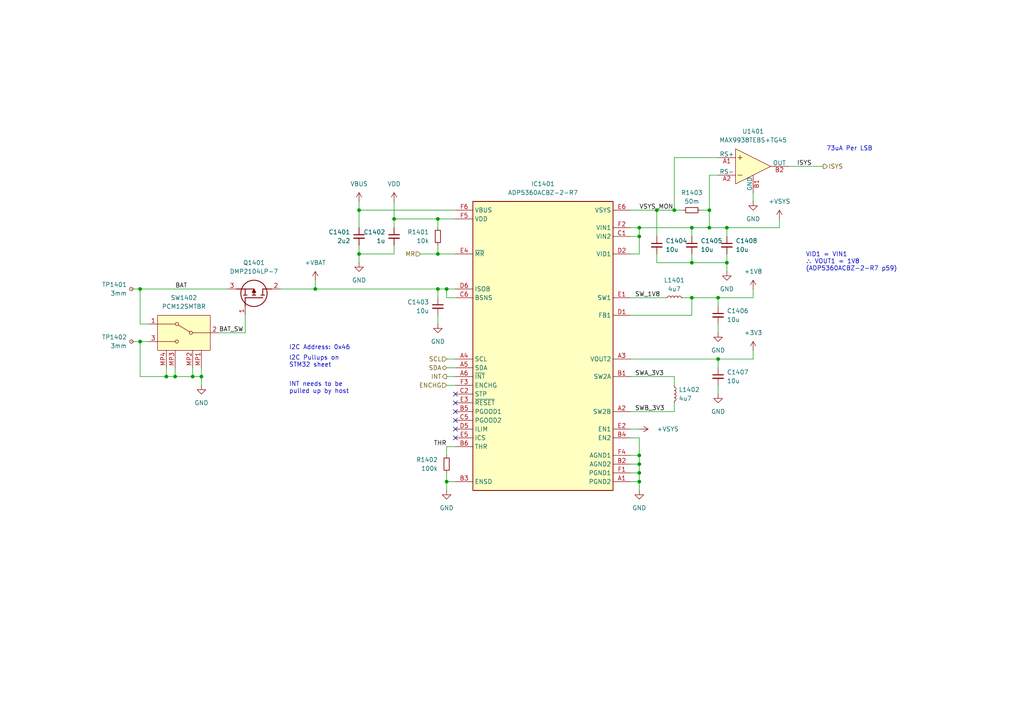
<source format=kicad_sch>
(kicad_sch (version 20231120) (generator "eeschema") (generator_version "8.0")
  (paper "A4")
  (lib_symbols
    (symbol "ADP5360ACBZ-2-R7:ADP5360ACBZ-2-R7"
      (property "Reference" "IC" (at 1.27 45.72 0))
      (property "Value" "ADP5360ACBZ-2-R7" (at 1.27 43.18 0))
      (symbol "ADP5360ACBZ-2-R7_1_1"
        (rectangle (start -20.32 40.64) (end 20.32 -43.18) (stroke (width 0.254)) (fill (type background)))
        (pin passive line (at 25.4 -40.64 180) (length 5.08) (name "PGND2") (number "A1"))
        (pin passive line (at 25.4 -20.32 180) (length 5.08) (name "SW2B") (number "A2"))
        (pin passive line (at 25.4 -5.08 180) (length 5.08) (name "VOUT2") (number "A3"))
        (pin passive line (at -25.4 -5.08 0) (length 5.08) (name "SCL") (number "A4"))
        (pin passive line (at -25.4 -7.62 0) (length 5.08) (name "SDA") (number "A5"))
        (pin passive line (at -25.4 -10.16 0) (length 5.08) (name "~{INT}") (number "A6"))
        (pin passive line (at 25.4 -10.16 180) (length 5.08) (name "SW2A") (number "B1"))
        (pin passive line (at 25.4 -35.56 180) (length 5.08) (name "AGND2") (number "B2"))
        (pin passive line (at -25.4 -40.64 0) (length 5.08) (name "ENSD") (number "B3"))
        (pin passive line (at 25.4 -27.94 180) (length 5.08) (name "EN2") (number "B4"))
        (pin passive line (at -25.4 -20.32 0) (length 5.08) (name "PGOOD1") (number "B5"))
        (pin passive line (at -25.4 -30.48 0) (length 5.08) (name "THR") (number "B6"))
        (pin passive line (at 25.4 30.48 180) (length 5.08) (name "VIN2") (number "C1"))
        (pin passive line (at -25.4 -15.24 0) (length 5.08) (name "STP") (number "C2"))
        (pin passive line (at -25.4 -22.86 0) (length 5.08) (name "PGOOD2") (number "C5"))
        (pin passive line (at -25.4 12.7 0) (length 5.08) (name "BSNS") (number "C6"))
        (pin passive line (at 25.4 7.62 180) (length 5.08) (name "FB1") (number "D1"))
        (pin passive line (at 25.4 25.4 180) (length 5.08) (name "VID1") (number "D2"))
        (pin passive line (at -25.4 -25.4 0) (length 5.08) (name "ILIM") (number "D5"))
        (pin passive line (at -25.4 15.24 0) (length 5.08) (name "ISOB") (number "D6"))
        (pin passive line (at 25.4 12.7 180) (length 5.08) (name "SW1") (number "E1"))
        (pin passive line (at 25.4 -25.4 180) (length 5.08) (name "EN1") (number "E2"))
        (pin passive line (at -25.4 -17.78 0) (length 5.08) (name "~{RESET}") (number "E3"))
        (pin passive line (at -25.4 25.4 0) (length 5.08) (name "~{MR}") (number "E4"))
        (pin passive line (at -25.4 -27.94 0) (length 5.08) (name "ICS") (number "E5"))
        (pin passive line (at 25.4 38.1 180) (length 5.08) (name "VSYS") (number "E6"))
        (pin passive line (at 25.4 -38.1 180) (length 5.08) (name "PGND1") (number "F1"))
        (pin passive line (at 25.4 33.02 180) (length 5.08) (name "VIN1") (number "F2"))
        (pin passive line (at -25.4 -12.7 0) (length 5.08) (name "ENCHG") (number "F3"))
        (pin passive line (at 25.4 -33.02 180) (length 5.08) (name "AGND1") (number "F4"))
        (pin passive line (at -25.4 35.56 0) (length 5.08) (name "VDD") (number "F5"))
        (pin passive line (at -25.4 38.1 0) (length 5.08) (name "VBUS") (number "F6"))
      )
    )
    (symbol "Connector:TestPoint_Small" (pin_numbers hide) (pin_names (offset 0.762) hide)
      (property "Reference" "TP" (at 0 3.81 0))
      (property "Value" "TestPoint_Small" (at 0 2.032 0))
      (symbol "TestPoint_Small_0_1"
        (circle (center 0 0) (radius 0.508))
      )
      (symbol "TestPoint_Small_1_1"
        (pin passive line (at 0 0 90) (length 0) (name "1") (number "1"))
      )
    )
    (symbol "DMP2104LP-7:DMP2104LP-7" (pin_names hide)
      (property "Reference" "Q" (at 11.43 3.81 0))
      (property "Value" "DMP2104LP-7" (at 11.43 1.27 0))
      (symbol "DMP2104LP-7_1_1"
        (polyline (pts (xy 2.54 0) (xy 5.08 0)) (stroke (width 0.254)))
        (polyline (pts (xy 5.08 5.08) (xy 5.08 0)) (stroke (width 0.254)))
        (polyline (pts (xy 5.842 -0.508) (xy 5.842 0.508)) (stroke (width 0.254)))
        (polyline (pts (xy 5.842 0) (xy 7.62 0)) (stroke (width 0.254)))
        (polyline (pts (xy 5.842 2.032) (xy 5.842 3.048)) (stroke (width 0.254)))
        (polyline (pts (xy 5.842 5.588) (xy 5.842 4.572)) (stroke (width 0.254)))
        (polyline (pts (xy 7.62 2.54) (xy 5.842 2.54)) (stroke (width 0.254)))
        (polyline (pts (xy 7.62 2.54) (xy 7.62 -2.54)) (stroke (width 0.254)))
        (polyline (pts (xy 7.62 5.08) (xy 5.842 5.08)) (stroke (width 0.254)))
        (polyline (pts (xy 7.62 5.08) (xy 7.62 7.62)) (stroke (width 0.254)))
        (polyline (pts (xy 7.62 2.54) (xy 6.604 3.048) (xy 6.604 2.032) (xy 7.62 2.54)) (stroke (width 0.254)) (fill (type outline)))
        (circle (center 6.35 2.54) (radius 3.81) (stroke (width 0.254)))
        (pin passive line (at 0 0 0) (length 2.54) (name "G") (number "1"))
        (pin passive line (at 7.62 10.16 270) (length 2.54) (name "D") (number "2"))
        (pin passive line (at 7.62 -5.08 90) (length 2.54) (name "S") (number "3"))
      )
    )
    (symbol "Device:C_Small" (pin_numbers hide) (pin_names (offset 0.254) hide)
      (property "Reference" "C" (at 0.254 1.778 0))
      (property "Value" "C_Small" (at 0.254 -2.032 0))
      (symbol "C_Small_0_1"
        (polyline (pts (xy -1.524 -0.508) (xy 1.524 -0.508)) (stroke (width 0.3302)))
        (polyline (pts (xy -1.524 0.508) (xy 1.524 0.508)) (stroke (width 0.3048)))
      )
      (symbol "C_Small_1_1"
        (pin passive line (at 0 2.54 270) (length 2.032) (name "~") (number "1"))
        (pin passive line (at 0 -2.54 90) (length 2.032) (name "~") (number "2"))
      )
    )
    (symbol "Device:L_Small" (pin_numbers hide) (pin_names (offset 0.254) hide)
      (property "Reference" "L" (at 0.762 1.016 0))
      (property "Value" "L_Small" (at 0.762 -1.016 0))
      (symbol "L_Small_0_1"
        (arc (start 0 -2.032) (mid 0.5058 -1.524) (end 0 -1.016))
        (arc (start 0 -1.016) (mid 0.5058 -0.508) (end 0 0))
        (arc (start 0 0) (mid 0.5058 0.508) (end 0 1.016))
        (arc (start 0 1.016) (mid 0.5058 1.524) (end 0 2.032))
      )
      (symbol "L_Small_1_1"
        (pin passive line (at 0 2.54 270) (length 0.508) (name "~") (number "1"))
        (pin passive line (at 0 -2.54 90) (length 0.508) (name "~") (number "2"))
      )
    )
    (symbol "Device:R_Small" (pin_numbers hide) (pin_names (offset 0.254) hide)
      (property "Reference" "R" (at 0.762 0.508 0))
      (property "Value" "R_Small" (at 0.762 -1.016 0))
      (symbol "R_Small_0_1"
        (rectangle (start -0.762 1.778) (end 0.762 -1.778) (stroke (width 0.2032)))
      )
      (symbol "R_Small_1_1"
        (pin passive line (at 0 2.54 270) (length 0.762) (name "~") (number "1"))
        (pin passive line (at 0 -2.54 90) (length 0.762) (name "~") (number "2"))
      )
    )
    (symbol "MAX9938TEBS+TG45:MAX9938TEBS+TG45" (pin_names (offset 0))
      (property "Reference" "U" (at 0 15.24 0))
      (property "Value" "MAX9938TEBS+TG45" (at 0 12.7 0))
      (symbol "MAX9938TEBS+TG45_1_1"
        (polyline (pts (xy -4.445 -2.54) (xy -3.175 -2.54)))
        (polyline (pts (xy -4.445 2.54) (xy -3.175 2.54)))
        (polyline (pts (xy -3.81 3.175) (xy -3.81 1.905)))
        (polyline (pts (xy -5.08 5.08) (xy -5.08 -5.08) (xy 5.08 0) (xy -5.08 5.08)) (fill (type background)))
        (pin passive line (at -10.16 2.54 0) (length 5.08) (name "RS+") (number "A1"))
        (pin passive line (at -10.16 -2.54 0) (length 5.08) (name "RS-") (number "A2"))
        (pin passive line (at 0 -7.62 90) (length 5.08) (name "GND") (number "B1"))
        (pin passive line (at 10.16 0 180) (length 5.08) (name "OUT") (number "B2"))
      )
    )
    (symbol "PCM12SMTBR:PCM12SMTBR" (pin_names hide)
      (property "Reference" "SW" (at 0 5.08 0))
      (property "Value" "PCM12SMTBR" (at 0 2.54 0))
      (symbol "PCM12SMTBR_0_1"
        (circle (center -2.032 -5.08) (radius 0.4572))
        (polyline (pts (xy -2.54 -5.08) (xy -7.62 -5.08)))
        (polyline (pts (xy -1.651 -4.826) (xy 1.651 -2.794)))
        (polyline (pts (xy 7.62 -7.62) (xy 2.54 -7.62)))
        (polyline (pts (xy 7.62 -2.54) (xy 2.54 -2.54)))
        (circle (center 2.032 -7.62) (radius 0.4572))
        (circle (center 2.032 -2.54) (radius 0.4572))
      )
      (symbol "PCM12SMTBR_1_1"
        (rectangle (start -7.62 0) (end 7.62 -10.16) (fill (type background)))
        (pin passive line (at 10.16 -2.54 180) (length 2.54) (name "A") (number "1"))
        (pin passive line (at -10.16 -5.08 0) (length 2.54) (name "B") (number "2"))
        (pin passive line (at 10.16 -7.62 180) (length 2.54) (name "C") (number "3"))
        (pin passive line (at -5.08 -15.24 90) (length 5.08) (name "MP1") (number "MP1"))
        (pin passive line (at -2.54 -15.24 90) (length 5.08) (name "MP2") (number "MP2"))
        (pin passive line (at 2.54 -15.24 90) (length 5.08) (name "MP3") (number "MP3"))
        (pin passive line (at 5.08 -15.24 90) (length 5.08) (name "MP4") (number "MP4"))
      )
    )
    (symbol "power:+1V8" (power) (pin_numbers hide) (pin_names (offset 0) hide)
      (property "Value" "+1V8" (at 0 3.556 0))
      (symbol "+1V8_0_1"
        (polyline (pts (xy -0.762 1.27) (xy 0 2.54)))
        (polyline (pts (xy 0 0) (xy 0 2.54)))
        (polyline (pts (xy 0 2.54) (xy 0.762 1.27)))
      )
      (symbol "+1V8_1_1"
        (pin power_in line (at 0 0 90) (length 0) (name "~") (number "1"))
      )
    )
    (symbol "power:+3V3" (power) (pin_numbers hide) (pin_names (offset 0) hide)
      (property "Value" "+3V3" (at 0 3.556 0))
      (symbol "+3V3_0_1"
        (polyline (pts (xy -0.762 1.27) (xy 0 2.54)))
        (polyline (pts (xy 0 0) (xy 0 2.54)))
        (polyline (pts (xy 0 2.54) (xy 0.762 1.27)))
      )
      (symbol "+3V3_1_1"
        (pin power_in line (at 0 0 90) (length 0) (name "~") (number "1"))
      )
    )
    (symbol "power:GND" (power) (pin_numbers hide) (pin_names (offset 0) hide)
      (property "Value" "GND" (at 0 -3.81 0))
      (symbol "GND_0_1"
        (polyline (pts (xy 0 0) (xy 0 -1.27) (xy 1.27 -1.27) (xy 0 -2.54) (xy -1.27 -1.27) (xy 0 -1.27)))
      )
      (symbol "GND_1_1"
        (pin power_in line (at 0 0 270) (length 0) (name "~") (number "1"))
      )
    )
    (symbol "power:VBUS" (power) (pin_numbers hide) (pin_names (offset 0) hide)
      (property "Value" "VBUS" (at 0 3.556 0))
      (symbol "VBUS_0_1"
        (polyline (pts (xy -0.762 1.27) (xy 0 2.54)))
        (polyline (pts (xy 0 0) (xy 0 2.54)))
        (polyline (pts (xy 0 2.54) (xy 0.762 1.27)))
      )
      (symbol "VBUS_1_1"
        (pin power_in line (at 0 0 90) (length 0) (name "~") (number "1"))
      )
    )
    (symbol "power:VDD" (power) (pin_numbers hide) (pin_names (offset 0) hide)
      (property "Value" "VDD" (at 0 3.556 0))
      (symbol "VDD_0_1"
        (polyline (pts (xy -0.762 1.27) (xy 0 2.54)))
        (polyline (pts (xy 0 0) (xy 0 2.54)))
        (polyline (pts (xy 0 2.54) (xy 0.762 1.27)))
      )
      (symbol "VDD_1_1"
        (pin power_in line (at 0 0 90) (length 0) (name "~") (number "1"))
      )
    )
    (symbol "watch_symbols_lib:+VBAT" (power) (pin_names (offset 0))
      (property "Value" "+VBAT" (at 0 3.556 0))
      (symbol "+VBAT_0_1"
        (polyline (pts (xy -0.762 1.27) (xy 0 2.54)))
        (polyline (pts (xy 0 0) (xy 0 2.54)))
        (polyline (pts (xy 0 2.54) (xy 0.762 1.27)))
      )
      (symbol "+VBAT_1_1"
        (pin power_in line (at 0 0 90) (length 0) hide (name "+VBAT") (number "1"))
      )
    )
    (symbol "watch_symbols_lib:+VSYS" (power) (pin_names (offset 0))
      (property "Value" "+VSYS" (at 0 3.556 0))
      (symbol "+VSYS_0_1"
        (polyline (pts (xy -0.762 1.27) (xy 0 2.54)))
        (polyline (pts (xy 0 0) (xy 0 2.54)))
        (polyline (pts (xy 0 2.54) (xy 0.762 1.27)))
      )
      (symbol "+VSYS_1_1"
        (pin power_in line (at 0 0 90) (length 0) hide (name "+VSYS") (number "1"))
      )
    )
  )
  (junction (at 127 83.82))
  (junction (at 185.42 134.62))
  (junction (at 185.42 66.04))
  (junction (at 185.42 139.7))
  (junction (at 48.26 109.22))
  (junction (at 200.66 76.2))
  (junction (at 185.42 137.16))
  (junction (at 205.74 66.04))
  (junction (at 200.66 86.36))
  (junction (at 190.5 60.96))
  (junction (at 127 63.5))
  (junction (at 205.74 60.96))
  (junction (at 208.28 104.14))
  (junction (at 114.3 63.5))
  (junction (at 195.58 60.96))
  (junction (at 185.42 68.58))
  (junction (at 129.54 83.82))
  (junction (at 210.82 76.2))
  (junction (at 104.14 73.66))
  (junction (at 91.44 83.82))
  (junction (at 40.64 83.82))
  (junction (at 208.28 86.36))
  (junction (at 55.88 109.22))
  (junction (at 104.14 60.96))
  (junction (at 185.42 132.08))
  (junction (at 200.66 66.04))
  (junction (at 129.54 139.7))
  (junction (at 127 73.66))
  (junction (at 50.8 109.22))
  (junction (at 58.42 109.22))
  (junction (at 40.64 99.06))
  (junction (at 210.82 66.04))
  (no_connect (at 132.08 119.38))
  (no_connect (at 132.08 114.3))
  (no_connect (at 132.08 127))
  (no_connect (at 132.08 124.46))
  (no_connect (at 132.08 116.84))
  (no_connect (at 132.08 121.92))
  (wire (pts (xy 205.74 60.96) (xy 205.74 66.04)))
  (wire (pts (xy 114.3 63.5) (xy 127 63.5)))
  (wire (pts (xy 121.92 73.66) (xy 127 73.66)))
  (wire (pts (xy 218.44 83.82) (xy 218.44 86.36)))
  (wire (pts (xy 190.5 76.2) (xy 200.66 76.2)))
  (wire (pts (xy 127 83.82) (xy 129.54 83.82)))
  (wire (pts (xy 218.44 58.42) (xy 218.44 55.88)))
  (wire (pts (xy 185.42 139.7) (xy 185.42 137.16)))
  (wire (pts (xy 185.42 142.24) (xy 185.42 139.7)))
  (wire (pts (xy 127 73.66) (xy 132.08 73.66)))
  (wire (pts (xy 200.66 91.44) (xy 200.66 86.36)))
  (wire (pts (xy 104.14 73.66) (xy 104.14 71.12)))
  (wire (pts (xy 71.12 91.44) (xy 71.12 96.52)))
  (wire (pts (xy 208.28 104.14) (xy 218.44 104.14)))
  (wire (pts (xy 127 63.5) (xy 132.08 63.5)))
  (wire (pts (xy 182.88 124.46) (xy 185.42 124.46)))
  (wire (pts (xy 104.14 60.96) (xy 132.08 60.96)))
  (wire (pts (xy 127 63.5) (xy 127 66.04)))
  (wire (pts (xy 218.44 101.6) (xy 218.44 104.14)))
  (wire (pts (xy 129.54 104.14) (xy 132.08 104.14)))
  (wire (pts (xy 185.42 127) (xy 185.42 132.08)))
  (wire (pts (xy 182.88 119.38) (xy 195.58 119.38)))
  (wire (pts (xy 71.12 96.52) (xy 63.5 96.52)))
  (wire (pts (xy 114.3 73.66) (xy 104.14 73.66)))
  (wire (pts (xy 185.42 137.16) (xy 185.42 134.62)))
  (wire (pts (xy 91.44 83.82) (xy 91.44 81.28)))
  (wire (pts (xy 127 83.82) (xy 127 86.36)))
  (wire (pts (xy 114.3 71.12) (xy 114.3 73.66)))
  (wire (pts (xy 210.82 76.2) (xy 210.82 73.66)))
  (wire (pts (xy 129.54 109.22) (xy 132.08 109.22)))
  (wire (pts (xy 185.42 66.04) (xy 200.66 66.04)))
  (wire (pts (xy 104.14 73.66) (xy 104.14 76.2)))
  (wire (pts (xy 132.08 83.82) (xy 129.54 83.82)))
  (wire (pts (xy 200.66 86.36) (xy 208.28 86.36)))
  (wire (pts (xy 182.88 60.96) (xy 190.5 60.96)))
  (wire (pts (xy 203.2 60.96) (xy 205.74 60.96)))
  (wire (pts (xy 205.74 66.04) (xy 210.82 66.04)))
  (wire (pts (xy 190.5 76.2) (xy 190.5 73.66)))
  (wire (pts (xy 129.54 142.24) (xy 129.54 139.7)))
  (wire (pts (xy 129.54 86.36) (xy 129.54 83.82)))
  (wire (pts (xy 40.64 93.98) (xy 43.18 93.98)))
  (wire (pts (xy 195.58 60.96) (xy 198.12 60.96)))
  (wire (pts (xy 58.42 109.22) (xy 58.42 111.76)))
  (wire (pts (xy 91.44 83.82) (xy 127 83.82)))
  (wire (pts (xy 182.88 68.58) (xy 185.42 68.58)))
  (wire (pts (xy 205.74 50.8) (xy 205.74 60.96)))
  (wire (pts (xy 182.88 104.14) (xy 208.28 104.14)))
  (wire (pts (xy 38.1 99.06) (xy 40.64 99.06)))
  (wire (pts (xy 40.64 83.82) (xy 40.64 93.98)))
  (wire (pts (xy 129.54 106.68) (xy 132.08 106.68)))
  (wire (pts (xy 40.64 83.82) (xy 38.1 83.82)))
  (wire (pts (xy 182.88 109.22) (xy 195.58 109.22)))
  (wire (pts (xy 182.88 134.62) (xy 185.42 134.62)))
  (wire (pts (xy 182.88 127) (xy 185.42 127)))
  (wire (pts (xy 185.42 73.66) (xy 185.42 68.58)))
  (wire (pts (xy 114.3 66.04) (xy 114.3 63.5)))
  (wire (pts (xy 208.28 86.36) (xy 208.28 88.9)))
  (wire (pts (xy 200.66 76.2) (xy 210.82 76.2)))
  (wire (pts (xy 182.88 139.7) (xy 185.42 139.7)))
  (wire (pts (xy 182.88 66.04) (xy 185.42 66.04)))
  (wire (pts (xy 127 93.98) (xy 127 91.44)))
  (wire (pts (xy 114.3 58.42) (xy 114.3 63.5)))
  (wire (pts (xy 58.42 106.68) (xy 58.42 109.22)))
  (wire (pts (xy 208.28 86.36) (xy 218.44 86.36)))
  (wire (pts (xy 55.88 109.22) (xy 58.42 109.22)))
  (wire (pts (xy 208.28 45.72) (xy 195.58 45.72)))
  (wire (pts (xy 190.5 60.96) (xy 190.5 68.58)))
  (wire (pts (xy 129.54 129.54) (xy 132.08 129.54)))
  (wire (pts (xy 48.26 109.22) (xy 40.64 109.22)))
  (wire (pts (xy 228.6 48.26) (xy 238.76 48.26)))
  (wire (pts (xy 40.64 109.22) (xy 40.64 99.06)))
  (wire (pts (xy 210.82 66.04) (xy 210.82 68.58)))
  (wire (pts (xy 182.88 73.66) (xy 185.42 73.66)))
  (wire (pts (xy 104.14 60.96) (xy 104.14 66.04)))
  (wire (pts (xy 200.66 76.2) (xy 200.66 73.66)))
  (wire (pts (xy 132.08 86.36) (xy 129.54 86.36)))
  (wire (pts (xy 182.88 86.36) (xy 193.04 86.36)))
  (wire (pts (xy 182.88 91.44) (xy 200.66 91.44)))
  (wire (pts (xy 200.66 66.04) (xy 200.66 68.58)))
  (wire (pts (xy 81.28 83.82) (xy 91.44 83.82)))
  (wire (pts (xy 200.66 66.04) (xy 205.74 66.04)))
  (wire (pts (xy 195.58 45.72) (xy 195.58 60.96)))
  (wire (pts (xy 127 71.12) (xy 127 73.66)))
  (wire (pts (xy 185.42 134.62) (xy 185.42 132.08)))
  (wire (pts (xy 40.64 83.82) (xy 66.04 83.82)))
  (wire (pts (xy 50.8 109.22) (xy 48.26 109.22)))
  (wire (pts (xy 55.88 109.22) (xy 50.8 109.22)))
  (wire (pts (xy 200.66 86.36) (xy 198.12 86.36)))
  (wire (pts (xy 55.88 106.68) (xy 55.88 109.22)))
  (wire (pts (xy 104.14 58.42) (xy 104.14 60.96)))
  (wire (pts (xy 208.28 111.76) (xy 208.28 114.3)))
  (wire (pts (xy 48.26 106.68) (xy 48.26 109.22)))
  (wire (pts (xy 129.54 139.7) (xy 132.08 139.7)))
  (wire (pts (xy 129.54 132.08) (xy 129.54 129.54)))
  (wire (pts (xy 185.42 132.08) (xy 182.88 132.08)))
  (wire (pts (xy 208.28 104.14) (xy 208.28 106.68)))
  (wire (pts (xy 208.28 50.8) (xy 205.74 50.8)))
  (wire (pts (xy 40.64 99.06) (xy 43.18 99.06)))
  (wire (pts (xy 129.54 137.16) (xy 129.54 139.7)))
  (wire (pts (xy 190.5 60.96) (xy 195.58 60.96)))
  (wire (pts (xy 50.8 106.68) (xy 50.8 109.22)))
  (wire (pts (xy 195.58 109.22) (xy 195.58 111.76)))
  (wire (pts (xy 185.42 137.16) (xy 182.88 137.16)))
  (wire (pts (xy 210.82 78.74) (xy 210.82 76.2)))
  (wire (pts (xy 226.06 66.04) (xy 226.06 63.5)))
  (wire (pts (xy 195.58 116.84) (xy 195.58 119.38)))
  (wire (pts (xy 210.82 66.04) (xy 226.06 66.04)))
  (wire (pts (xy 208.28 93.98) (xy 208.28 96.52)))
  (wire (pts (xy 129.54 111.76) (xy 132.08 111.76)))
  (wire (pts (xy 185.42 68.58) (xy 185.42 66.04)))
  (text "I2C Address: 0x46" (at 83.82 101.6 0) (effects (font (size 1.27 1.27)) (justify left bottom)))
  (text "73uA Per LSB" (at 246.38 43.18 0) (effects (font (size 1.27 1.27))))
  (text "INT needs to be\npulled up by host" (at 83.82 114.3 0) (effects (font (size 1.27 1.27)) (justify left bottom)))
  (text "I2C Pullups on\nSTM32 sheet" (at 83.82 106.68 0) (effects (font (size 1.27 1.27)) (justify left bottom)))
  (text "VID1 = VIN1\n∴ VOUT1 = 1V8\n(ADP5360ACBZ-2-R7 p59)" (at 233.68 78.74 0) (effects (font (size 1.27 1.27)) (justify left bottom)))
  (label "SW_1V8" (at 184.15 86.36 0))
  (label "BAT_SW" (at 63.5 96.52 0))
  (label "BAT" (at 50.8 83.82 0))
  (label "THR" (at 129.54 129.54 180))
  (label "ISYS" (at 231.14 48.26 0))
  (label "SWA_3V3" (at 184.15 109.22 0))
  (label "VSYS_MON" (at 185.42 60.96 0))
  (label "SWB_3V3" (at 184.15 119.38 0))
  (hierarchical_label "INT" (shape output) (at 129.54 109.22 180))
  (hierarchical_label "ISYS" (shape output) (at 238.76 48.26 0))
  (hierarchical_label "MR" (shape input) (at 121.92 73.66 180))
  (hierarchical_label "SDA" (shape bidirectional) (at 129.54 106.68 180))
  (hierarchical_label "ENCHG" (shape input) (at 129.54 111.76 180))
  (hierarchical_label "SCL" (shape input) (at 129.54 104.14 180))
  (symbol (lib_id "Device:R_Small") (at 200.66 60.96 90) (unit 1)
    (property "Reference" "R1403" (at 200.66 55.88 90))
    (property "Value" "50m" (at 200.66 58.42 90))
    (property "Footprint" "Resistor_SMD:R_0402_1005Metric" (effects (hide yes)))
    (property "Description" "Resistor, small symbol" (effects (hide yes)))
    (instances (project "keyboard_v2" (path "" (reference "R1403") (unit 1)) (path "" (reference "R503") (unit 1))))
  )
  (symbol (lib_id "ADP5360ACBZ-2-R7:ADP5360ACBZ-2-R7") (at 157.48 99.06 0) (unit 1)
    (property "Reference" "IC1401" (at 157.48 53.34 0))
    (property "Value" "ADP5360ACBZ-2-R7" (at 157.48 55.88 0))
    (property "Footprint" "keyboard_footprints:ADP5360ACBZ1R7" (effects (hide yes)))
    (property "Datasheet" "https://static6.arrow.com/aropdfconversion/942f247d1889decade131896ebbd71237a4d497d/adp5360.pdf" (effects (hide yes)))
    (property "Description" "Battery Management IC, ULP PMU CHG FG BP Buck BB WLCSP" (effects (hide yes)))
    (property "Height" "0.56" (effects (hide yes)))
    (property "Mouser Part Number" "584-ADP5360ACBZ-2-R7" (effects (hide yes)))
    (property "Mouser Price/Stock" "https://www.mouser.co.uk/ProductDetail/Analog-Devices/ADP5360ACBZ-2-R7?qs=GBLSl2AkirtayaN8yEOC7w%3D%3D" (effects (hide yes)))
    (property "Manufacturer_Name" "Analog Devices" (effects (hide yes)))
    (property "Manufacturer_Part_Number" "ADP5360ACBZ-2-R7" (effects (hide yes)))
    (instances (project "keyboard_v2" (path "" (reference "IC1401") (unit 1)) (path "" (reference "IC501") (unit 1))))
  )
  (symbol (lib_id "Device:L_Small") (at 195.58 86.36 90) (unit 1)
    (property "Reference" "L1401" (at 195.58 81.28 90))
    (property "Value" "4u7" (at 195.58 83.82 90))
    (property "Footprint" "Inductor_SMD:L_Murata_DFE201610P" (effects (hide yes)))
    (property "Description" "Inductor, small symbol" (effects (hide yes)))
    (instances (project "keyboard_v2" (path "" (reference "L1401") (unit 1)) (path "" (reference "L501") (unit 1))))
  )
  (symbol (lib_id "power:GND") (at 104.14 76.2 0) (unit 1)
    (property "Reference" "#PWR01403" (effects (hide yes)))
    (property "Value" "GND" (at 104.14 81.28 0))
    (property "Description" "Power symbol creates a global label with name \"GND\" , ground" (effects (hide yes)))
    (instances (project "keyboard_v2" (path "" (reference "#PWR01403") (unit 1)) (path "" (reference "#PWR0503") (unit 1))))
  )
  (symbol (lib_id "Device:C_Small") (at 104.14 68.58 0) (mirror y) (unit 1)
    (property "Reference" "C1401" (at 101.6 67.3163 0) (effects (justify left)))
    (property "Value" "2u2" (at 101.6 69.8563 0) (effects (justify left)))
    (property "Footprint" "Capacitor_SMD:C_0402_1005Metric" (effects (hide yes)))
    (property "Description" "Unpolarized capacitor, small symbol" (effects (hide yes)))
    (instances (project "keyboard_v2" (path "" (reference "C1401") (unit 1)) (path "" (reference "C501") (unit 1))))
  )
  (symbol (lib_id "Device:L_Small") (at 195.58 114.3 0) (unit 1)
    (property "Reference" "L1402" (at 196.85 113.03 0) (effects (justify left)))
    (property "Value" "4u7" (at 196.85 115.57 0) (effects (justify left)))
    (property "Footprint" "Inductor_SMD:L_Murata_DFE201610P" (effects (hide yes)))
    (property "Description" "Inductor, small symbol" (effects (hide yes)))
    (instances (project "keyboard_v2" (path "" (reference "L1402") (unit 1)) (path "" (reference "L502") (unit 1))))
  )
  (symbol (lib_id "Device:C_Small") (at 114.3 68.58 0) (mirror y) (unit 1)
    (property "Reference" "C1402" (at 111.76 67.3163 0) (effects (justify left)))
    (property "Value" "1u" (at 111.76 69.8563 0) (effects (justify left)))
    (property "Footprint" "Capacitor_SMD:C_0402_1005Metric" (effects (hide yes)))
    (property "Description" "Unpolarized capacitor, small symbol" (effects (hide yes)))
    (instances (project "keyboard_v2" (path "" (reference "C1402") (unit 1)) (path "" (reference "C502") (unit 1))))
  )
  (symbol (lib_id "power:VBUS") (at 104.14 58.42 0) (unit 1)
    (property "Reference" "#PWR01401" (effects (hide yes)))
    (property "Value" "VBUS" (at 104.14 53.34 0))
    (property "Description" "Power symbol creates a global label with name \"VBUS\"" (effects (hide yes)))
    (instances (project "keyboard_v2" (path "" (reference "#PWR01401") (unit 1)) (path "" (reference "#PWR0501") (unit 1))))
  )
  (symbol (lib_id "power:GND") (at 210.82 78.74 0) (unit 1)
    (property "Reference" "#PWR01412" (effects (hide yes)))
    (property "Value" "GND" (at 210.82 83.82 0))
    (property "Description" "Power symbol creates a global label with name \"GND\" , ground" (effects (hide yes)))
    (instances (project "keyboard_v2" (path "" (reference "#PWR01412") (unit 1)) (path "" (reference "#PWR0512") (unit 1))))
  )
  (symbol (lib_id "Device:R_Small") (at 127 68.58 0) (mirror y) (unit 1)
    (property "Reference" "R1401" (at 124.46 67.31 0) (effects (justify left)))
    (property "Value" "10k" (at 124.46 69.85 0) (effects (justify left)))
    (property "Footprint" "Resistor_SMD:R_0402_1005Metric" (effects (hide yes)))
    (property "Description" "Resistor, small symbol" (effects (hide yes)))
    (instances (project "keyboard_v2" (path "" (reference "R1401") (unit 1)) (path "" (reference "R501") (unit 1))))
  )
  (symbol (lib_id "power:GND") (at 208.28 96.52 0) (unit 1)
    (property "Reference" "#PWR01410" (effects (hide yes)))
    (property "Value" "GND" (at 208.28 101.6 0))
    (property "Description" "Power symbol creates a global label with name \"GND\" , ground" (effects (hide yes)))
    (instances (project "keyboard_v2" (path "" (reference "#PWR01410") (unit 1)) (path "" (reference "#PWR0510") (unit 1))))
  )
  (symbol (lib_id "power:+1V8") (at 218.44 83.82 0) (unit 1)
    (property "Reference" "#PWR01414" (effects (hide yes)))
    (property "Value" "+1V8" (at 218.44 78.74 0))
    (property "Description" "Power symbol creates a global label with name \"+1V8\"" (effects (hide yes)))
    (instances (project "keyboard_v2" (path "" (reference "#PWR01414") (unit 1)) (path "" (reference "#PWR0514") (unit 1))))
  )
  (symbol (lib_id "power:GND") (at 58.42 111.76 0) (mirror y) (unit 1)
    (property "Reference" "#PWR0502" (effects (hide yes)))
    (property "Value" "GND" (at 58.42 116.84 0))
    (property "Description" "Power symbol creates a global label with name \"GND\" , ground" (effects (hide yes)))
    (instances (project "keyboard_v2" (path "" (reference "#PWR01402") (unit 1)) (path "" (reference "#PWR0502") (unit 1))))
  )
  (symbol (lib_id "DMP2104LP-7:DMP2104LP-7") (at 71.12 91.44 270) (mirror x) (unit 1)
    (property "Reference" "Q1401" (at 73.66 76.2 90))
    (property "Value" "DMP2104LP-7" (at 73.66 78.74 90))
    (property "Footprint" "keyboard_footprints:DMP2104LP7" (effects (hide yes)))
    (property "Datasheet" "https://componentsearchengine.com/Datasheets/2/DMP2104LP-7.pdf" (effects (hide yes)))
    (property "Description" "MOSFET P-Channel" (effects (hide yes)))
    (property "Height" "0.53" (effects (hide yes)))
    (property "Mouser Part Number" "621-DMP2104LP-7" (effects (hide yes)))
    (property "Mouser Price/Stock" "https://www.mouser.co.uk/ProductDetail/Diodes-Incorporated/DMP2104LP-7?qs=R%252By5Lqt1H6xg6KRllhPj7w%3D%3D" (effects (hide yes)))
    (property "Manufacturer_Name" "Diodes Incorporated" (effects (hide yes)))
    (property "Manufacturer_Part_Number" "DMP2104LP-7" (effects (hide yes)))
    (instances (project "keyboard_v2" (path "" (reference "Q1401") (unit 1)) (path "" (reference "Q501") (unit 1))))
  )
  (symbol (lib_id "Device:C_Small") (at 127 88.9 0) (mirror y) (unit 1)
    (property "Reference" "C1403" (at 124.46 87.6363 0) (effects (justify left)))
    (property "Value" "10u" (at 124.46 90.1763 0) (effects (justify left)))
    (property "Footprint" "Capacitor_SMD:C_0402_1005Metric" (effects (hide yes)))
    (property "Description" "Unpolarized capacitor, small symbol" (effects (hide yes)))
    (instances (project "keyboard_v2" (path "" (reference "C1403") (unit 1)) (path "" (reference "C503") (unit 1))))
  )
  (symbol (lib_id "power:GND") (at 208.28 114.3 0) (unit 1)
    (property "Reference" "#PWR01411" (effects (hide yes)))
    (property "Value" "GND" (at 208.28 119.38 0))
    (property "Description" "Power symbol creates a global label with name \"GND\" , ground" (effects (hide yes)))
    (instances (project "keyboard_v2" (path "" (reference "#PWR01411") (unit 1)) (path "" (reference "#PWR0511") (unit 1))))
  )
  (symbol (lib_id "Device:C_Small") (at 210.82 71.12 0) (unit 1)
    (property "Reference" "C1408" (at 213.36 69.8563 0) (effects (justify left)))
    (property "Value" "10u" (at 213.36 72.3963 0) (effects (justify left)))
    (property "Footprint" "Capacitor_SMD:C_0402_1005Metric" (effects (hide yes)))
    (property "Description" "Unpolarized capacitor, small symbol" (effects (hide yes)))
    (instances (project "keyboard_v2" (path "" (reference "C1408") (unit 1)) (path "" (reference "C508") (unit 1))))
  )
  (symbol (lib_id "power:GND") (at 185.42 142.24 0) (unit 1)
    (property "Reference" "#PWR01409" (effects (hide yes)))
    (property "Value" "GND" (at 185.42 147.32 0))
    (property "Description" "Power symbol creates a global label with name \"GND\" , ground" (effects (hide yes)))
    (instances (project "keyboard_v2" (path "" (reference "#PWR01409") (unit 1)) (path "" (reference "#PWR0509") (unit 1))))
  )
  (symbol (lib_id "Device:R_Small") (at 129.54 134.62 0) (mirror y) (unit 1)
    (property "Reference" "R1402" (at 127 133.35 0) (effects (justify left)))
    (property "Value" "100k" (at 127 135.89 0) (effects (justify left)))
    (property "Footprint" "Resistor_SMD:R_0402_1005Metric" (effects (hide yes)))
    (property "Description" "Resistor, small symbol" (effects (hide yes)))
    (instances (project "keyboard_v2" (path "" (reference "R1402") (unit 1)) (path "" (reference "R502") (unit 1))))
  )
  (symbol (lib_id "Connector:TestPoint_Small") (at 38.1 99.06 0) (mirror x) (unit 1)
    (property "Reference" "TP1402" (at 36.83 97.7899 0) (effects (justify right)))
    (property "Value" "3mm" (at 36.83 100.3299 0) (effects (justify right)))
    (property "Footprint" "TestPoint:TestPoint_Pad_D3.0mm" (effects (hide yes)))
    (property "Description" "test point" (effects (hide yes)))
    (instances (project "keyboard_v2" (path "" (reference "TP1402") (unit 1)) (path "" (reference "TP502") (unit 1))))
  )
  (symbol (lib_id "power:GND") (at 127 93.98 0) (unit 1)
    (property "Reference" "#PWR01406" (effects (hide yes)))
    (property "Value" "GND" (at 127 99.06 0))
    (property "Description" "Power symbol creates a global label with name \"GND\" , ground" (effects (hide yes)))
    (instances (project "keyboard_v2" (path "" (reference "#PWR01406") (unit 1)) (path "" (reference "#PWR0506") (unit 1))))
  )
  (symbol (lib_id "power:GND") (at 129.54 142.24 0) (unit 1)
    (property "Reference" "#PWR01407" (effects (hide yes)))
    (property "Value" "GND" (at 129.54 147.32 0))
    (property "Description" "Power symbol creates a global label with name \"GND\" , ground" (effects (hide yes)))
    (instances (project "keyboard_v2" (path "" (reference "#PWR01407") (unit 1)) (path "" (reference "#PWR0507") (unit 1))))
  )
  (symbol (lib_id "Device:C_Small") (at 208.28 109.22 0) (unit 1)
    (property "Reference" "C1407" (at 210.82 107.9563 0) (effects (justify left)))
    (property "Value" "10u" (at 210.82 110.4963 0) (effects (justify left)))
    (property "Footprint" "Capacitor_SMD:C_0402_1005Metric" (effects (hide yes)))
    (property "Description" "Unpolarized capacitor, small symbol" (effects (hide yes)))
    (instances (project "keyboard_v2" (path "" (reference "C1407") (unit 1)) (path "" (reference "C507") (unit 1))))
  )
  (symbol (lib_id "power:+3V3") (at 218.44 101.6 0) (unit 1)
    (property "Reference" "#PWR01415" (effects (hide yes)))
    (property "Value" "+3V3" (at 218.44 96.52 0))
    (property "Description" "Power symbol creates a global label with name \"+3V3\"" (effects (hide yes)))
    (instances (project "keyboard_v2" (path "" (reference "#PWR01415") (unit 1)) (path "" (reference "#PWR0515") (unit 1))))
  )
  (symbol (lib_id "watch_symbols_lib:+VBAT") (at 91.44 81.28 0) (unit 1)
    (property "Reference" "#PWR01405" (effects (hide yes)))
    (property "Value" "+VBAT" (at 91.44 76.2 0))
    (property "Description" "Power symbol creates a global label with name \"+VBAT\"" (effects (hide yes)))
    (instances (project "keyboard_v2" (path "" (reference "#PWR01405") (unit 1)) (path "" (reference "#PWR0505") (unit 1))))
  )
  (symbol (lib_id "PCM12SMTBR:PCM12SMTBR") (at 53.34 91.44 0) (mirror y) (unit 1)
    (property "Reference" "SW502" (at 53.34 86.36 0))
    (property "Value" "PCM12SMTBR" (at 53.34 88.9 0))
    (property "Footprint" "PCM12SMTBR" (effects (hide yes)))
    (property "Datasheet" "https://www.ckswitches.com/media/1424/pcm.pdf" (effects (hide yes)))
    (property "Description" "Slide Switch SPDT Surface Mount, Right Angle" (effects (hide yes)))
    (property "Height" "1.4" (effects (hide yes)))
    (property "Mouser Part Number" "611-PCM12SMTBR" (effects (hide yes)))
    (property "Mouser Price/Stock" "https://www.mouser.co.uk/ProductDetail/CK/PCM12SMTBR?qs=By6Nw2ByBD1OEOnWcdZb2g%3D%3D" (effects (hide yes)))
    (property "Manufacturer_Name" "C & K COMPONENTS" (effects (hide yes)))
    (property "Manufacturer_Part_Number" "PCM12SMTBR" (effects (hide yes)))
    (instances (project "" (path "" (reference "SW1402") (unit 1)) (path "" (reference "SW502") (unit 1))))
  )
  (symbol (lib_id "power:VDD") (at 114.3 58.42 0) (unit 1)
    (property "Reference" "#PWR01404" (effects (hide yes)))
    (property "Value" "VDD" (at 114.3 53.34 0))
    (property "Description" "Power symbol creates a global label with name \"VDD\"" (effects (hide yes)))
    (instances (project "keyboard_v2" (path "" (reference "#PWR01404") (unit 1)) (path "" (reference "#PWR0504") (unit 1))))
  )
  (symbol (lib_id "watch_symbols_lib:+VSYS") (at 185.42 124.46 270) (unit 1)
    (property "Reference" "#PWR01408" (effects (hide yes)))
    (property "Value" "+VSYS" (at 190.5 124.46 90) (effects (justify left)))
    (property "Description" "Power symbol creates a global label with name \"+VSYS\"" (effects (hide yes)))
    (instances (project "keyboard_v2" (path "" (reference "#PWR01408") (unit 1)) (path "" (reference "#PWR0508") (unit 1))))
  )
  (symbol (lib_id "power:GND") (at 218.44 58.42 0) (unit 1)
    (property "Reference" "#PWR01413" (effects (hide yes)))
    (property "Value" "GND" (at 218.44 63.5 0))
    (property "Description" "Power symbol creates a global label with name \"GND\" , ground" (effects (hide yes)))
    (instances (project "keyboard_v2" (path "" (reference "#PWR01413") (unit 1)) (path "" (reference "#PWR0513") (unit 1))))
  )
  (symbol (lib_id "MAX9938TEBS+TG45:MAX9938TEBS+TG45") (at 218.44 48.26 0) (unit 1)
    (property "Reference" "U1401" (at 218.44 38.1 0))
    (property "Value" "MAX9938TEBS+TG45" (at 218.44 40.64 0))
    (property "Footprint" "keyboard_footprints:BGA4C50P2X2_100X100X67" (effects (hide yes)))
    (property "Datasheet" "http://componentsearchengine.com/Datasheets/1/MAX9938TEBS+TG45.pdf" (effects (hide yes)))
    (property "Description" "1A, 4-Bump UCSP/SOT23, Precision Current-Sense Amplifier" (effects (hide yes)))
    (property "Mouser Part Number" "700-MAX9938TEBS+TG45" (effects (hide yes)))
    (property "Mouser Price/Stock" "https://www.mouser.co.uk/ProductDetail/Maxim-Integrated/MAX9938TEBS%2bTG45?qs=Mc2rGIXtnyUVOGT6U7EsNA%3D%3D" (effects (hide yes)))
    (property "Manufacturer_Name" "Analog Devices" (effects (hide yes)))
    (property "Manufacturer_Part_Number" "MAX9938TEBS+TG45" (effects (hide yes)))
    (instances (project "keyboard_v2" (path "" (reference "U1401") (unit 1)) (path "" (reference "U501") (unit 1))))
  )
  (symbol (lib_id "watch_symbols_lib:+VSYS") (at 226.06 63.5 0) (unit 1)
    (property "Reference" "#PWR01416" (effects (hide yes)))
    (property "Value" "+VSYS" (at 226.06 58.42 0))
    (property "Description" "Power symbol creates a global label with name \"+VSYS\"" (effects (hide yes)))
    (instances (project "keyboard_v2" (path "" (reference "#PWR01416") (unit 1)) (path "" (reference "#PWR0516") (unit 1))))
  )
  (symbol (lib_id "Device:C_Small") (at 208.28 91.44 0) (unit 1)
    (property "Reference" "C1406" (at 210.82 90.1763 0) (effects (justify left)))
    (property "Value" "10u" (at 210.82 92.7163 0) (effects (justify left)))
    (property "Footprint" "Capacitor_SMD:C_0402_1005Metric" (effects (hide yes)))
    (property "Description" "Unpolarized capacitor, small symbol" (effects (hide yes)))
    (instances (project "keyboard_v2" (path "" (reference "C1406") (unit 1)) (path "" (reference "C506") (unit 1))))
  )
  (symbol (lib_id "Device:C_Small") (at 200.66 71.12 0) (unit 1)
    (property "Reference" "C1405" (at 203.2 69.8563 0) (effects (justify left)))
    (property "Value" "10u" (at 203.2 72.3963 0) (effects (justify left)))
    (property "Footprint" "Capacitor_SMD:C_0402_1005Metric" (effects (hide yes)))
    (property "Description" "Unpolarized capacitor, small symbol" (effects (hide yes)))
    (instances (project "keyboard_v2" (path "" (reference "C1405") (unit 1)) (path "" (reference "C505") (unit 1))))
  )
  (symbol (lib_id "Device:C_Small") (at 190.5 71.12 0) (unit 1)
    (property "Reference" "C1404" (at 193.04 69.8563 0) (effects (justify left)))
    (property "Value" "10u" (at 193.04 72.3963 0) (effects (justify left)))
    (property "Footprint" "Capacitor_SMD:C_0402_1005Metric" (effects (hide yes)))
    (property "Description" "Unpolarized capacitor, small symbol" (effects (hide yes)))
    (instances (project "keyboard_v2" (path "" (reference "C1404") (unit 1)) (path "" (reference "C504") (unit 1))))
  )
  (symbol (lib_id "Connector:TestPoint_Small") (at 38.1 83.82 0) (mirror x) (unit 1)
    (property "Reference" "TP1401" (at 36.83 82.5499 0) (effects (justify right)))
    (property "Value" "3mm" (at 36.83 85.0899 0) (effects (justify right)))
    (property "Footprint" "TestPoint:TestPoint_Pad_D3.0mm" (effects (hide yes)))
    (property "Description" "test point" (effects (hide yes)))
    (instances (project "" (path "" (reference "TP1401") (unit 1)) (path "" (reference "TP501") (unit 1))))
  )
)
</source>
